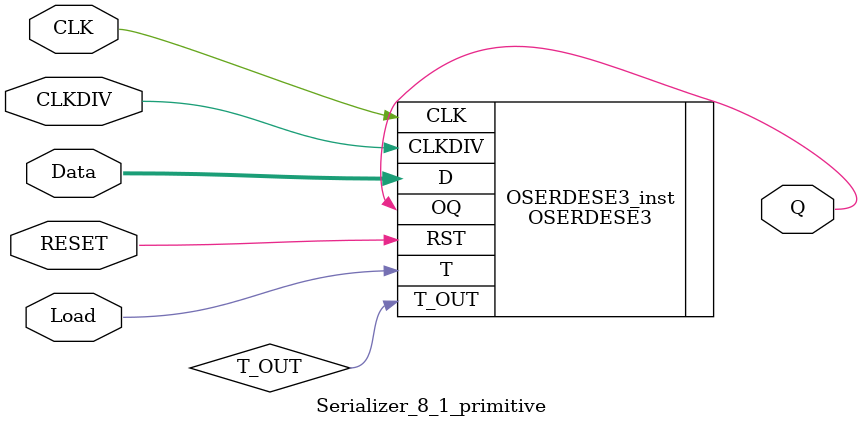
<source format=v>
`timescale 1ns / 1ps


module Serializer_8_1_primitive(
    input CLK,
    input CLKDIV,
    input RESET,
    input Load,
    input [7:0] Data,
    output Q
    );
    
    wire T_OUT;
//    wire T = 0;
    OSERDESE3 #(
   .DATA_WIDTH(8),                 // Parallel Data Width (4-8)
   .INIT(1'b0),                    // Initialization value of the OSERDES flip-flops
   .IS_CLKDIV_INVERTED(1'b0),      // Optional inversion for CLKDIV
   .IS_CLK_INVERTED(1'b0),         // Optional inversion for CLK
   .IS_RST_INVERTED(1'b0),         // Optional inversion for RST
   .SIM_DEVICE("ULTRASCALE_PLUS")  // Set the device version for simulation functionality (ULTRASCALE,
                                   // ULTRASCALE_PLUS, ULTRASCALE_PLUS_ES1, ULTRASCALE_PLUS_ES2)
)
OSERDESE3_inst (
   .OQ(Q),         // 1-bit output: Serial Output Data
   .T_OUT(T_OUT),   // 1-bit output: 3-state control output to IOB
   .CLK(CLK),       // 1-bit input: High-speed clock
   .CLKDIV(CLKDIV), // 1-bit input: Divided Clock
   .D(Data),           // 8-bit input: Parallel Data Input
   .RST(RESET),       // 1-bit input: Asynchronous Reset
   .T(Load)            // 1-bit input: Tristate input from fabric
);
endmodule

</source>
